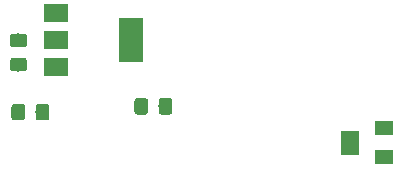
<source format=gtp>
%TF.GenerationSoftware,KiCad,Pcbnew,5.0.1*%
%TF.CreationDate,2019-02-02T16:09:19-06:00*%
%TF.ProjectId,PowerRDP,506F7765725244502E6B696361645F70,01*%
%TF.SameCoordinates,Original*%
%TF.FileFunction,Paste,Top*%
%TF.FilePolarity,Positive*%
%FSLAX46Y46*%
G04 Gerber Fmt 4.6, Leading zero omitted, Abs format (unit mm)*
G04 Created by KiCad (PCBNEW 5.0.1) date Sat 02 Feb 2019 04:09:19 PM CST*
%MOMM*%
%LPD*%
G01*
G04 APERTURE LIST*
%ADD10R,2.000000X1.500000*%
%ADD11R,2.000000X3.800000*%
%ADD12C,0.100000*%
%ADD13C,1.150000*%
%ADD14R,1.600000X1.300000*%
%ADD15R,1.600000X2.000000*%
G04 APERTURE END LIST*
D10*
X139090000Y-51040000D03*
X139090000Y-55640000D03*
X139090000Y-53340000D03*
D11*
X145390000Y-53340000D03*
D12*
G36*
X136221505Y-58728204D02*
X136245773Y-58731804D01*
X136269572Y-58737765D01*
X136292671Y-58746030D01*
X136314850Y-58756520D01*
X136335893Y-58769132D01*
X136355599Y-58783747D01*
X136373777Y-58800223D01*
X136390253Y-58818401D01*
X136404868Y-58838107D01*
X136417480Y-58859150D01*
X136427970Y-58881329D01*
X136436235Y-58904428D01*
X136442196Y-58928227D01*
X136445796Y-58952495D01*
X136447000Y-58976999D01*
X136447000Y-59877001D01*
X136445796Y-59901505D01*
X136442196Y-59925773D01*
X136436235Y-59949572D01*
X136427970Y-59972671D01*
X136417480Y-59994850D01*
X136404868Y-60015893D01*
X136390253Y-60035599D01*
X136373777Y-60053777D01*
X136355599Y-60070253D01*
X136335893Y-60084868D01*
X136314850Y-60097480D01*
X136292671Y-60107970D01*
X136269572Y-60116235D01*
X136245773Y-60122196D01*
X136221505Y-60125796D01*
X136197001Y-60127000D01*
X135546999Y-60127000D01*
X135522495Y-60125796D01*
X135498227Y-60122196D01*
X135474428Y-60116235D01*
X135451329Y-60107970D01*
X135429150Y-60097480D01*
X135408107Y-60084868D01*
X135388401Y-60070253D01*
X135370223Y-60053777D01*
X135353747Y-60035599D01*
X135339132Y-60015893D01*
X135326520Y-59994850D01*
X135316030Y-59972671D01*
X135307765Y-59949572D01*
X135301804Y-59925773D01*
X135298204Y-59901505D01*
X135297000Y-59877001D01*
X135297000Y-58976999D01*
X135298204Y-58952495D01*
X135301804Y-58928227D01*
X135307765Y-58904428D01*
X135316030Y-58881329D01*
X135326520Y-58859150D01*
X135339132Y-58838107D01*
X135353747Y-58818401D01*
X135370223Y-58800223D01*
X135388401Y-58783747D01*
X135408107Y-58769132D01*
X135429150Y-58756520D01*
X135451329Y-58746030D01*
X135474428Y-58737765D01*
X135498227Y-58731804D01*
X135522495Y-58728204D01*
X135546999Y-58727000D01*
X136197001Y-58727000D01*
X136221505Y-58728204D01*
X136221505Y-58728204D01*
G37*
D13*
X135872000Y-59427000D03*
D12*
G36*
X138271505Y-58728204D02*
X138295773Y-58731804D01*
X138319572Y-58737765D01*
X138342671Y-58746030D01*
X138364850Y-58756520D01*
X138385893Y-58769132D01*
X138405599Y-58783747D01*
X138423777Y-58800223D01*
X138440253Y-58818401D01*
X138454868Y-58838107D01*
X138467480Y-58859150D01*
X138477970Y-58881329D01*
X138486235Y-58904428D01*
X138492196Y-58928227D01*
X138495796Y-58952495D01*
X138497000Y-58976999D01*
X138497000Y-59877001D01*
X138495796Y-59901505D01*
X138492196Y-59925773D01*
X138486235Y-59949572D01*
X138477970Y-59972671D01*
X138467480Y-59994850D01*
X138454868Y-60015893D01*
X138440253Y-60035599D01*
X138423777Y-60053777D01*
X138405599Y-60070253D01*
X138385893Y-60084868D01*
X138364850Y-60097480D01*
X138342671Y-60107970D01*
X138319572Y-60116235D01*
X138295773Y-60122196D01*
X138271505Y-60125796D01*
X138247001Y-60127000D01*
X137596999Y-60127000D01*
X137572495Y-60125796D01*
X137548227Y-60122196D01*
X137524428Y-60116235D01*
X137501329Y-60107970D01*
X137479150Y-60097480D01*
X137458107Y-60084868D01*
X137438401Y-60070253D01*
X137420223Y-60053777D01*
X137403747Y-60035599D01*
X137389132Y-60015893D01*
X137376520Y-59994850D01*
X137366030Y-59972671D01*
X137357765Y-59949572D01*
X137351804Y-59925773D01*
X137348204Y-59901505D01*
X137347000Y-59877001D01*
X137347000Y-58976999D01*
X137348204Y-58952495D01*
X137351804Y-58928227D01*
X137357765Y-58904428D01*
X137366030Y-58881329D01*
X137376520Y-58859150D01*
X137389132Y-58838107D01*
X137403747Y-58818401D01*
X137420223Y-58800223D01*
X137438401Y-58783747D01*
X137458107Y-58769132D01*
X137479150Y-58756520D01*
X137501329Y-58746030D01*
X137524428Y-58737765D01*
X137548227Y-58731804D01*
X137572495Y-58728204D01*
X137596999Y-58727000D01*
X138247001Y-58727000D01*
X138271505Y-58728204D01*
X138271505Y-58728204D01*
G37*
D13*
X137922000Y-59427000D03*
D12*
G36*
X148685505Y-58229204D02*
X148709773Y-58232804D01*
X148733572Y-58238765D01*
X148756671Y-58247030D01*
X148778850Y-58257520D01*
X148799893Y-58270132D01*
X148819599Y-58284747D01*
X148837777Y-58301223D01*
X148854253Y-58319401D01*
X148868868Y-58339107D01*
X148881480Y-58360150D01*
X148891970Y-58382329D01*
X148900235Y-58405428D01*
X148906196Y-58429227D01*
X148909796Y-58453495D01*
X148911000Y-58477999D01*
X148911000Y-59378001D01*
X148909796Y-59402505D01*
X148906196Y-59426773D01*
X148900235Y-59450572D01*
X148891970Y-59473671D01*
X148881480Y-59495850D01*
X148868868Y-59516893D01*
X148854253Y-59536599D01*
X148837777Y-59554777D01*
X148819599Y-59571253D01*
X148799893Y-59585868D01*
X148778850Y-59598480D01*
X148756671Y-59608970D01*
X148733572Y-59617235D01*
X148709773Y-59623196D01*
X148685505Y-59626796D01*
X148661001Y-59628000D01*
X148010999Y-59628000D01*
X147986495Y-59626796D01*
X147962227Y-59623196D01*
X147938428Y-59617235D01*
X147915329Y-59608970D01*
X147893150Y-59598480D01*
X147872107Y-59585868D01*
X147852401Y-59571253D01*
X147834223Y-59554777D01*
X147817747Y-59536599D01*
X147803132Y-59516893D01*
X147790520Y-59495850D01*
X147780030Y-59473671D01*
X147771765Y-59450572D01*
X147765804Y-59426773D01*
X147762204Y-59402505D01*
X147761000Y-59378001D01*
X147761000Y-58477999D01*
X147762204Y-58453495D01*
X147765804Y-58429227D01*
X147771765Y-58405428D01*
X147780030Y-58382329D01*
X147790520Y-58360150D01*
X147803132Y-58339107D01*
X147817747Y-58319401D01*
X147834223Y-58301223D01*
X147852401Y-58284747D01*
X147872107Y-58270132D01*
X147893150Y-58257520D01*
X147915329Y-58247030D01*
X147938428Y-58238765D01*
X147962227Y-58232804D01*
X147986495Y-58229204D01*
X148010999Y-58228000D01*
X148661001Y-58228000D01*
X148685505Y-58229204D01*
X148685505Y-58229204D01*
G37*
D13*
X148336000Y-58928000D03*
D12*
G36*
X146635505Y-58229204D02*
X146659773Y-58232804D01*
X146683572Y-58238765D01*
X146706671Y-58247030D01*
X146728850Y-58257520D01*
X146749893Y-58270132D01*
X146769599Y-58284747D01*
X146787777Y-58301223D01*
X146804253Y-58319401D01*
X146818868Y-58339107D01*
X146831480Y-58360150D01*
X146841970Y-58382329D01*
X146850235Y-58405428D01*
X146856196Y-58429227D01*
X146859796Y-58453495D01*
X146861000Y-58477999D01*
X146861000Y-59378001D01*
X146859796Y-59402505D01*
X146856196Y-59426773D01*
X146850235Y-59450572D01*
X146841970Y-59473671D01*
X146831480Y-59495850D01*
X146818868Y-59516893D01*
X146804253Y-59536599D01*
X146787777Y-59554777D01*
X146769599Y-59571253D01*
X146749893Y-59585868D01*
X146728850Y-59598480D01*
X146706671Y-59608970D01*
X146683572Y-59617235D01*
X146659773Y-59623196D01*
X146635505Y-59626796D01*
X146611001Y-59628000D01*
X145960999Y-59628000D01*
X145936495Y-59626796D01*
X145912227Y-59623196D01*
X145888428Y-59617235D01*
X145865329Y-59608970D01*
X145843150Y-59598480D01*
X145822107Y-59585868D01*
X145802401Y-59571253D01*
X145784223Y-59554777D01*
X145767747Y-59536599D01*
X145753132Y-59516893D01*
X145740520Y-59495850D01*
X145730030Y-59473671D01*
X145721765Y-59450572D01*
X145715804Y-59426773D01*
X145712204Y-59402505D01*
X145711000Y-59378001D01*
X145711000Y-58477999D01*
X145712204Y-58453495D01*
X145715804Y-58429227D01*
X145721765Y-58405428D01*
X145730030Y-58382329D01*
X145740520Y-58360150D01*
X145753132Y-58339107D01*
X145767747Y-58319401D01*
X145784223Y-58301223D01*
X145802401Y-58284747D01*
X145822107Y-58270132D01*
X145843150Y-58257520D01*
X145865329Y-58247030D01*
X145888428Y-58238765D01*
X145912227Y-58232804D01*
X145936495Y-58229204D01*
X145960999Y-58228000D01*
X146611001Y-58228000D01*
X146635505Y-58229204D01*
X146635505Y-58229204D01*
G37*
D13*
X146286000Y-58928000D03*
D12*
G36*
X136364505Y-54816204D02*
X136388773Y-54819804D01*
X136412572Y-54825765D01*
X136435671Y-54834030D01*
X136457850Y-54844520D01*
X136478893Y-54857132D01*
X136498599Y-54871747D01*
X136516777Y-54888223D01*
X136533253Y-54906401D01*
X136547868Y-54926107D01*
X136560480Y-54947150D01*
X136570970Y-54969329D01*
X136579235Y-54992428D01*
X136585196Y-55016227D01*
X136588796Y-55040495D01*
X136590000Y-55064999D01*
X136590000Y-55715001D01*
X136588796Y-55739505D01*
X136585196Y-55763773D01*
X136579235Y-55787572D01*
X136570970Y-55810671D01*
X136560480Y-55832850D01*
X136547868Y-55853893D01*
X136533253Y-55873599D01*
X136516777Y-55891777D01*
X136498599Y-55908253D01*
X136478893Y-55922868D01*
X136457850Y-55935480D01*
X136435671Y-55945970D01*
X136412572Y-55954235D01*
X136388773Y-55960196D01*
X136364505Y-55963796D01*
X136340001Y-55965000D01*
X135439999Y-55965000D01*
X135415495Y-55963796D01*
X135391227Y-55960196D01*
X135367428Y-55954235D01*
X135344329Y-55945970D01*
X135322150Y-55935480D01*
X135301107Y-55922868D01*
X135281401Y-55908253D01*
X135263223Y-55891777D01*
X135246747Y-55873599D01*
X135232132Y-55853893D01*
X135219520Y-55832850D01*
X135209030Y-55810671D01*
X135200765Y-55787572D01*
X135194804Y-55763773D01*
X135191204Y-55739505D01*
X135190000Y-55715001D01*
X135190000Y-55064999D01*
X135191204Y-55040495D01*
X135194804Y-55016227D01*
X135200765Y-54992428D01*
X135209030Y-54969329D01*
X135219520Y-54947150D01*
X135232132Y-54926107D01*
X135246747Y-54906401D01*
X135263223Y-54888223D01*
X135281401Y-54871747D01*
X135301107Y-54857132D01*
X135322150Y-54844520D01*
X135344329Y-54834030D01*
X135367428Y-54825765D01*
X135391227Y-54819804D01*
X135415495Y-54816204D01*
X135439999Y-54815000D01*
X136340001Y-54815000D01*
X136364505Y-54816204D01*
X136364505Y-54816204D01*
G37*
D13*
X135890000Y-55390000D03*
D12*
G36*
X136364505Y-52766204D02*
X136388773Y-52769804D01*
X136412572Y-52775765D01*
X136435671Y-52784030D01*
X136457850Y-52794520D01*
X136478893Y-52807132D01*
X136498599Y-52821747D01*
X136516777Y-52838223D01*
X136533253Y-52856401D01*
X136547868Y-52876107D01*
X136560480Y-52897150D01*
X136570970Y-52919329D01*
X136579235Y-52942428D01*
X136585196Y-52966227D01*
X136588796Y-52990495D01*
X136590000Y-53014999D01*
X136590000Y-53665001D01*
X136588796Y-53689505D01*
X136585196Y-53713773D01*
X136579235Y-53737572D01*
X136570970Y-53760671D01*
X136560480Y-53782850D01*
X136547868Y-53803893D01*
X136533253Y-53823599D01*
X136516777Y-53841777D01*
X136498599Y-53858253D01*
X136478893Y-53872868D01*
X136457850Y-53885480D01*
X136435671Y-53895970D01*
X136412572Y-53904235D01*
X136388773Y-53910196D01*
X136364505Y-53913796D01*
X136340001Y-53915000D01*
X135439999Y-53915000D01*
X135415495Y-53913796D01*
X135391227Y-53910196D01*
X135367428Y-53904235D01*
X135344329Y-53895970D01*
X135322150Y-53885480D01*
X135301107Y-53872868D01*
X135281401Y-53858253D01*
X135263223Y-53841777D01*
X135246747Y-53823599D01*
X135232132Y-53803893D01*
X135219520Y-53782850D01*
X135209030Y-53760671D01*
X135200765Y-53737572D01*
X135194804Y-53713773D01*
X135191204Y-53689505D01*
X135190000Y-53665001D01*
X135190000Y-53014999D01*
X135191204Y-52990495D01*
X135194804Y-52966227D01*
X135200765Y-52942428D01*
X135209030Y-52919329D01*
X135219520Y-52897150D01*
X135232132Y-52876107D01*
X135246747Y-52856401D01*
X135263223Y-52838223D01*
X135281401Y-52821747D01*
X135301107Y-52807132D01*
X135322150Y-52794520D01*
X135344329Y-52784030D01*
X135367428Y-52775765D01*
X135391227Y-52769804D01*
X135415495Y-52766204D01*
X135439999Y-52765000D01*
X136340001Y-52765000D01*
X136364505Y-52766204D01*
X136364505Y-52766204D01*
G37*
D13*
X135890000Y-53340000D03*
D14*
X166878000Y-63246000D03*
D15*
X163978000Y-61996000D03*
D14*
X166878000Y-60746000D03*
M02*

</source>
